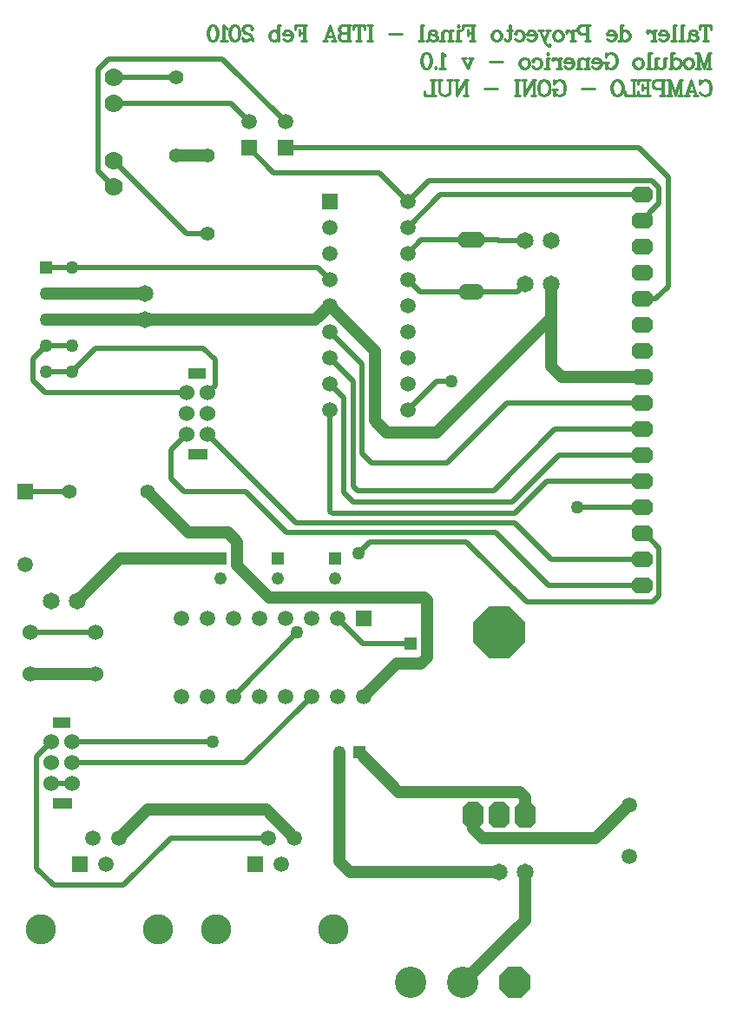
<source format=gbl>
%FSLAX23Y23*%
%MOIN*%
G70*
G01*
G75*
G04 Layer_Physical_Order=2*
G04 Layer_Color=16711680*
%ADD10C,0.020*%
%ADD11C,0.047*%
%ADD12C,0.010*%
%ADD13C,0.120*%
%ADD14P,0.130X8X202.5*%
%ADD15C,0.070*%
%ADD16C,0.055*%
%ADD17C,0.060*%
G04:AMPARAMS|DCode=18|XSize=80mil|YSize=100mil|CornerRadius=0mil|HoleSize=0mil|Usage=FLASHONLY|Rotation=0.000|XOffset=0mil|YOffset=0mil|HoleType=Round|Shape=Octagon|*
%AMOCTAGOND18*
4,1,8,-0.020,0.050,0.020,0.050,0.040,0.030,0.040,-0.030,0.020,-0.050,-0.020,-0.050,-0.040,-0.030,-0.040,0.030,-0.020,0.050,0.0*
%
%ADD18OCTAGOND18*%

%ADD19P,0.213X8X22.5*%
%ADD20R,0.059X0.059*%
%ADD21C,0.059*%
%ADD22R,0.059X0.059*%
%ADD23C,0.059*%
%ADD24C,0.116*%
%ADD25R,0.059X0.059*%
%ADD26C,0.065*%
%ADD27C,0.049*%
%ADD28R,0.049X0.049*%
%ADD29R,0.049X0.049*%
%ADD30C,0.050*%
%ADD31R,0.050X0.050*%
G04:AMPARAMS|DCode=32|XSize=80mil|YSize=60mil|CornerRadius=0mil|HoleSize=0mil|Usage=FLASHONLY|Rotation=0.000|XOffset=0mil|YOffset=0mil|HoleType=Round|Shape=Octagon|*
%AMOCTAGOND32*
4,1,8,0.040,-0.015,0.040,0.015,0.025,0.030,-0.025,0.030,-0.040,0.015,-0.040,-0.015,-0.025,-0.030,0.025,-0.030,0.040,-0.015,0.0*
%
%ADD32OCTAGOND32*%

%ADD33O,0.100X0.060*%
G04:AMPARAMS|DCode=34|XSize=100mil|YSize=60mil|CornerRadius=0mil|HoleSize=0mil|Usage=FLASHONLY|Rotation=0.000|XOffset=0mil|YOffset=0mil|HoleType=Round|Shape=Octagon|*
%AMOCTAGOND34*
4,1,8,0.050,-0.015,0.050,0.015,0.035,0.030,-0.035,0.030,-0.050,0.015,-0.050,-0.015,-0.035,-0.030,0.035,-0.030,0.050,-0.015,0.0*
%
%ADD34OCTAGOND34*%

%ADD35R,0.070X0.040*%
%ADD36R,0.075X0.040*%
D10*
X3538Y4220D02*
Y4251D01*
X1185Y2165D02*
X1240Y2220D01*
X1185Y1735D02*
Y2165D01*
Y1735D02*
X1249Y1671D01*
X1518D01*
X1699Y1852D01*
X2075D01*
X2420Y2945D02*
X2464Y2989D01*
X2834D01*
X3066Y2757D01*
X3552D01*
X3575Y2780D01*
Y2965D01*
X3520Y3020D02*
X3575Y2965D01*
X3510Y3020D02*
X3520D01*
X1940Y2395D02*
X2185Y2640D01*
X3260Y3120D02*
X3510D01*
X2719Y3604D02*
X2776D01*
X2610Y3495D02*
X2719Y3604D01*
X3510Y3920D02*
X3562D01*
X3610Y3968D01*
Y4386D01*
X3496Y4500D02*
X3610Y4386D01*
X2140Y4500D02*
X3496D01*
X2658Y3947D02*
X2855D01*
X2610Y3995D02*
X2658Y3947D01*
X2855D02*
X3030D01*
X3060Y3977D01*
X2662Y4147D02*
X2855D01*
X2610Y4095D02*
X2662Y4147D01*
X1320Y4040D02*
X2265D01*
X2310Y3995D01*
X1985Y2140D02*
X2240Y2395D01*
X1320Y2140D02*
X1985D01*
X1480Y4670D02*
X1930D01*
X2000Y4600D01*
X3190Y3320D02*
X3510D01*
X3010Y3141D02*
X3190Y3320D01*
X2400Y3141D02*
X3010D01*
X2365Y3176D02*
X2400Y3141D01*
X2365Y3176D02*
Y3540D01*
X2310Y3595D02*
X2365Y3540D01*
X2310Y3105D02*
Y3495D01*
Y3105D02*
X2319Y3096D01*
X3022D01*
X3145Y3220D01*
X3510D01*
X3159Y2920D02*
X3510D01*
X3019Y3060D02*
X3159Y2920D01*
X2180Y3060D02*
X3019D01*
X1840Y3400D02*
X2180Y3060D01*
X3152Y2820D02*
X3510D01*
X2947Y3025D02*
X3152Y2820D01*
X2143Y3025D02*
X2947D01*
X1986Y3182D02*
X2143Y3025D01*
X1750Y3182D02*
X1986D01*
X1700Y3232D02*
X1750Y3182D01*
X1700Y3232D02*
Y3340D01*
X1760Y3400D01*
X1216Y3560D02*
X1760D01*
X1170Y3606D02*
X1216Y3560D01*
X1170Y3606D02*
Y3690D01*
X1220Y3740D01*
X1420Y4410D02*
X1480Y4350D01*
X1420Y4410D02*
Y4800D01*
X1462Y4842D01*
X1898D01*
X2140Y4600D01*
X1320Y2220D02*
X1862D01*
X2735Y4320D02*
X3510D01*
X2610Y4195D02*
X2735Y4320D01*
X3510Y4220D02*
X3538D01*
Y4251D02*
X3575Y4288D01*
Y4347D01*
X3547Y4375D02*
X3575Y4347D01*
X2690Y4375D02*
X3547D01*
X2610Y4295D02*
X2690Y4375D01*
X3175Y3420D02*
X3510D01*
X2939Y3184D02*
X3175Y3420D01*
X2416Y3184D02*
X2939D01*
X2400Y3201D02*
X2416Y3184D01*
X2400Y3201D02*
Y3605D01*
X2310Y3695D02*
X2400Y3605D01*
X1480Y4450D02*
X1760Y4170D01*
X1840D01*
X2340Y2695D02*
X2436Y2599D01*
X2620D01*
X2000Y4500D02*
X2095Y4405D01*
X2500D01*
X2610Y4295D01*
X2989Y3520D02*
X3510D01*
X2760Y3291D02*
X2989Y3520D01*
X2472Y3291D02*
X2760D01*
X2435Y3328D02*
X2472Y3291D01*
X2435Y3328D02*
Y3670D01*
X2310Y3795D02*
X2435Y3670D01*
X1840Y3560D02*
X1869Y3589D01*
Y3687D01*
X1824Y3732D02*
X1869Y3687D01*
X1412Y3732D02*
X1824D01*
X1320Y3640D02*
X1412Y3732D01*
X1240Y2060D02*
X1320D01*
X1480Y4770D02*
X1720D01*
X2958Y4145D02*
X3060D01*
X2956Y4147D02*
X2958Y4145D01*
X2855Y4147D02*
X2956D01*
X1160Y2640D02*
X1410D01*
X1220Y4040D02*
X1320D01*
X1224Y3180D02*
X1310D01*
X1224Y3180D02*
X1224Y3180D01*
X1140Y3180D02*
X1224D01*
X1220Y3740D02*
X1320D01*
X1220Y3640D02*
X1320D01*
D11*
X3160Y3847D02*
Y3977D01*
Y3660D02*
Y3847D01*
X2721Y3408D02*
X3160Y3847D01*
X2255Y3840D02*
X2310Y3895D01*
X1600Y3840D02*
X2255D01*
X1504Y2924D02*
X1890D01*
X1340Y2760D02*
X1504Y2924D01*
X2346Y1760D02*
Y2180D01*
Y1760D02*
X2386Y1720D01*
X2960D01*
X3160Y3660D02*
X3200Y3620D01*
X3510D01*
X3060Y1535D02*
Y1720D01*
X2820Y1296D02*
X3060Y1535D01*
X3060Y1940D02*
Y2009D01*
X3040Y2029D02*
X3060Y2009D01*
X2575Y2029D02*
X3040D01*
X2424Y2180D02*
X2575Y2029D01*
X1610Y3180D02*
X1767Y3023D01*
X1920D01*
X1954Y2989D01*
Y2896D02*
Y2989D01*
Y2896D02*
X2076Y2774D01*
X2673D01*
X2684Y2763D01*
Y2544D02*
Y2763D01*
X2661Y2521D02*
X2684Y2544D01*
X2620Y2521D02*
X2661D01*
X2440Y2395D02*
X2566Y2521D01*
X2620D01*
X2310Y3895D02*
X2483Y3722D01*
Y3453D02*
Y3722D01*
Y3453D02*
X2528Y3408D01*
X2721D01*
X3160Y3847D02*
Y3977D01*
X3332Y1850D02*
X3460Y1978D01*
X2898Y1850D02*
X3332D01*
X2860Y1888D02*
X2898Y1850D01*
X2860Y1888D02*
Y1940D01*
X1500Y1850D02*
X1610Y1960D01*
X2067D01*
X2175Y1852D01*
X1320Y3840D02*
X1600D01*
X1220D02*
X1320D01*
X1720Y4470D02*
X1840D01*
X1160Y2480D02*
X1410D01*
X1320Y3940D02*
X1600D01*
X1220D02*
X1320D01*
D12*
X3755Y4970D02*
Y4910D01*
X3752Y4970D02*
Y4910D01*
X3772Y4970D02*
X3775Y4953D01*
Y4970D01*
X3732D01*
Y4953D01*
X3735Y4970D01*
X3764Y4910D02*
X3744D01*
X3718Y4944D02*
Y4941D01*
X3721D01*
Y4944D01*
X3718Y4947D01*
X3712Y4950D01*
X3701D01*
X3695Y4947D01*
X3692Y4944D01*
X3689Y4939D01*
Y4919D01*
X3686Y4913D01*
X3684Y4910D01*
X3692Y4944D02*
Y4919D01*
X3689Y4913D01*
X3684Y4910D01*
X3681D01*
X3692Y4939D02*
X3695Y4936D01*
X3712Y4933D01*
X3721Y4930D01*
X3724Y4924D01*
Y4919D01*
X3721Y4913D01*
X3712Y4910D01*
X3704D01*
X3698Y4913D01*
X3692Y4919D01*
X3712Y4933D02*
X3718Y4930D01*
X3721Y4924D01*
Y4919D01*
X3718Y4913D01*
X3712Y4910D01*
X3664Y4970D02*
Y4910D01*
X3661Y4970D02*
Y4910D01*
X3672Y4970D02*
X3661D01*
X3672Y4910D02*
X3652D01*
X3633Y4970D02*
Y4910D01*
X3630Y4970D02*
Y4910D01*
X3641Y4970D02*
X3630D01*
X3641Y4910D02*
X3621D01*
X3608Y4933D02*
X3573D01*
Y4939D01*
X3576Y4944D01*
X3579Y4947D01*
X3585Y4950D01*
X3593D01*
X3602Y4947D01*
X3608Y4941D01*
X3610Y4933D01*
Y4927D01*
X3608Y4919D01*
X3602Y4913D01*
X3593Y4910D01*
X3588D01*
X3579Y4913D01*
X3573Y4919D01*
X3576Y4933D02*
Y4941D01*
X3579Y4947D01*
X3593Y4950D02*
X3599Y4947D01*
X3605Y4941D01*
X3608Y4933D01*
Y4927D01*
X3605Y4919D01*
X3599Y4913D01*
X3593Y4910D01*
X3556Y4950D02*
Y4910D01*
X3553Y4950D02*
Y4910D01*
Y4933D02*
X3550Y4941D01*
X3544Y4947D01*
X3538Y4950D01*
X3530D01*
X3527Y4947D01*
Y4944D01*
X3530Y4941D01*
X3533Y4944D01*
X3530Y4947D01*
X3564Y4950D02*
X3553D01*
X3564Y4910D02*
X3544D01*
X3430Y4970D02*
Y4910D01*
X3427Y4970D02*
Y4910D01*
X3430Y4941D02*
X3435Y4947D01*
X3441Y4950D01*
X3447D01*
X3455Y4947D01*
X3461Y4941D01*
X3464Y4933D01*
Y4927D01*
X3461Y4919D01*
X3455Y4913D01*
X3447Y4910D01*
X3441D01*
X3435Y4913D01*
X3430Y4919D01*
X3447Y4950D02*
X3452Y4947D01*
X3458Y4941D01*
X3461Y4933D01*
Y4927D01*
X3458Y4919D01*
X3452Y4913D01*
X3447Y4910D01*
X3438Y4970D02*
X3427D01*
X3430Y4910D02*
X3418D01*
X3407Y4933D02*
X3373D01*
Y4939D01*
X3376Y4944D01*
X3379Y4947D01*
X3384Y4950D01*
X3393D01*
X3401Y4947D01*
X3407Y4941D01*
X3410Y4933D01*
Y4927D01*
X3407Y4919D01*
X3401Y4913D01*
X3393Y4910D01*
X3387D01*
X3379Y4913D01*
X3373Y4919D01*
X3376Y4933D02*
Y4941D01*
X3379Y4947D01*
X3393Y4950D02*
X3399Y4947D01*
X3404Y4941D01*
X3407Y4933D01*
Y4927D01*
X3404Y4919D01*
X3399Y4913D01*
X3393Y4910D01*
X3301Y4970D02*
Y4910D01*
X3298Y4970D02*
Y4910D01*
X3310Y4970D02*
X3275D01*
X3267Y4967D01*
X3264Y4964D01*
X3261Y4959D01*
Y4950D01*
X3264Y4944D01*
X3267Y4941D01*
X3275Y4939D01*
X3298D01*
X3275Y4970D02*
X3270Y4967D01*
X3267Y4964D01*
X3264Y4959D01*
Y4950D01*
X3267Y4944D01*
X3270Y4941D01*
X3275Y4939D01*
X3310Y4910D02*
X3290D01*
X3245Y4950D02*
Y4910D01*
X3242Y4950D02*
Y4910D01*
Y4933D02*
X3239Y4941D01*
X3233Y4947D01*
X3227Y4950D01*
X3219D01*
X3216Y4947D01*
Y4944D01*
X3219Y4941D01*
X3222Y4944D01*
X3219Y4947D01*
X3253Y4950D02*
X3242D01*
X3253Y4910D02*
X3233D01*
X3190Y4950D02*
X3198Y4947D01*
X3204Y4941D01*
X3207Y4933D01*
Y4927D01*
X3204Y4919D01*
X3198Y4913D01*
X3190Y4910D01*
X3184D01*
X3175Y4913D01*
X3170Y4919D01*
X3167Y4927D01*
Y4933D01*
X3170Y4941D01*
X3175Y4947D01*
X3184Y4950D01*
X3190D01*
X3195Y4947D01*
X3201Y4941D01*
X3204Y4933D01*
Y4927D01*
X3201Y4919D01*
X3195Y4913D01*
X3190Y4910D01*
X3184D02*
X3178Y4913D01*
X3173Y4919D01*
X3170Y4927D01*
Y4933D01*
X3173Y4941D01*
X3178Y4947D01*
X3184Y4950D01*
X3152D02*
X3135Y4910D01*
X3149Y4950D02*
X3135Y4916D01*
X3118Y4950D02*
X3135Y4910D01*
X3141Y4899D01*
X3147Y4893D01*
X3152Y4890D01*
X3155D01*
X3158Y4893D01*
X3155Y4896D01*
X3152Y4893D01*
X3158Y4950D02*
X3141D01*
X3129D02*
X3112D01*
X3101Y4933D02*
X3067D01*
Y4939D01*
X3070Y4944D01*
X3073Y4947D01*
X3078Y4950D01*
X3087D01*
X3095Y4947D01*
X3101Y4941D01*
X3104Y4933D01*
Y4927D01*
X3101Y4919D01*
X3095Y4913D01*
X3087Y4910D01*
X3081D01*
X3073Y4913D01*
X3067Y4919D01*
X3070Y4933D02*
Y4941D01*
X3073Y4947D01*
X3087Y4950D02*
X3093Y4947D01*
X3098Y4941D01*
X3101Y4933D01*
Y4927D01*
X3098Y4919D01*
X3093Y4913D01*
X3087Y4910D01*
X3023Y4941D02*
X3026Y4939D01*
X3023Y4936D01*
X3021Y4939D01*
Y4941D01*
X3026Y4947D01*
X3032Y4950D01*
X3041D01*
X3049Y4947D01*
X3055Y4941D01*
X3058Y4933D01*
Y4927D01*
X3055Y4919D01*
X3049Y4913D01*
X3041Y4910D01*
X3035D01*
X3026Y4913D01*
X3021Y4919D01*
X3041Y4950D02*
X3046Y4947D01*
X3052Y4941D01*
X3055Y4933D01*
Y4927D01*
X3052Y4919D01*
X3046Y4913D01*
X3041Y4910D01*
X2994D02*
X2997Y4913D01*
X3000Y4921D01*
Y4970D01*
X3003D01*
Y4921D01*
X3000Y4913D01*
X2994Y4910D01*
X2989D01*
X2983Y4913D01*
X2980Y4919D01*
X3011Y4950D02*
X2989D01*
X2953D02*
X2962Y4947D01*
X2967Y4941D01*
X2970Y4933D01*
Y4927D01*
X2967Y4919D01*
X2962Y4913D01*
X2953Y4910D01*
X2947D01*
X2939Y4913D01*
X2933Y4919D01*
X2930Y4927D01*
Y4933D01*
X2933Y4941D01*
X2939Y4947D01*
X2947Y4950D01*
X2953D01*
X2959Y4947D01*
X2965Y4941D01*
X2967Y4933D01*
Y4927D01*
X2965Y4919D01*
X2959Y4913D01*
X2953Y4910D01*
X2947D02*
X2942Y4913D01*
X2936Y4919D01*
X2933Y4927D01*
Y4933D01*
X2936Y4941D01*
X2942Y4947D01*
X2947Y4950D01*
X2859Y4970D02*
Y4910D01*
X2856Y4970D02*
Y4910D01*
X2839Y4953D02*
Y4930D01*
X2867Y4970D02*
X2822D01*
Y4953D01*
X2825Y4970D01*
X2856Y4941D02*
X2839D01*
X2867Y4910D02*
X2847D01*
X2805Y4970D02*
X2808Y4967D01*
X2805Y4964D01*
X2802Y4967D01*
X2805Y4970D01*
Y4950D02*
Y4910D01*
X2802Y4950D02*
Y4910D01*
X2813Y4950D02*
X2802D01*
X2813Y4910D02*
X2793D01*
X2774Y4950D02*
Y4910D01*
X2771Y4950D02*
Y4910D01*
Y4941D02*
X2766Y4947D01*
X2757Y4950D01*
X2751D01*
X2743Y4947D01*
X2740Y4941D01*
Y4910D01*
X2751Y4950D02*
X2746Y4947D01*
X2743Y4941D01*
Y4910D01*
X2783Y4950D02*
X2771D01*
X2783Y4910D02*
X2763D01*
X2751D02*
X2731D01*
X2718Y4944D02*
Y4941D01*
X2721D01*
Y4944D01*
X2718Y4947D01*
X2712Y4950D01*
X2701D01*
X2695Y4947D01*
X2692Y4944D01*
X2689Y4939D01*
Y4919D01*
X2686Y4913D01*
X2684Y4910D01*
X2692Y4944D02*
Y4919D01*
X2689Y4913D01*
X2684Y4910D01*
X2681D01*
X2692Y4939D02*
X2695Y4936D01*
X2712Y4933D01*
X2721Y4930D01*
X2724Y4924D01*
Y4919D01*
X2721Y4913D01*
X2712Y4910D01*
X2704D01*
X2698Y4913D01*
X2692Y4919D01*
X2712Y4933D02*
X2718Y4930D01*
X2721Y4924D01*
Y4919D01*
X2718Y4913D01*
X2712Y4910D01*
X2664Y4970D02*
Y4910D01*
X2661Y4970D02*
Y4910D01*
X2672Y4970D02*
X2661D01*
X2672Y4910D02*
X2652D01*
X2587Y4936D02*
X2536D01*
X2466Y4970D02*
Y4910D01*
X2463Y4970D02*
Y4910D01*
X2474Y4970D02*
X2454D01*
X2474Y4910D02*
X2454D01*
X2423Y4970D02*
Y4910D01*
X2420Y4970D02*
Y4910D01*
X2440Y4970D02*
X2443Y4953D01*
Y4970D01*
X2400D01*
Y4953D01*
X2403Y4970D01*
X2432Y4910D02*
X2412D01*
X2383Y4970D02*
Y4910D01*
X2380Y4970D02*
Y4910D01*
X2392Y4970D02*
X2358D01*
X2349Y4967D01*
X2346Y4964D01*
X2343Y4959D01*
Y4953D01*
X2346Y4947D01*
X2349Y4944D01*
X2358Y4941D01*
Y4970D02*
X2352Y4967D01*
X2349Y4964D01*
X2346Y4959D01*
Y4953D01*
X2349Y4947D01*
X2352Y4944D01*
X2358Y4941D01*
X2380D02*
X2358D01*
X2349Y4939D01*
X2346Y4936D01*
X2343Y4930D01*
Y4921D01*
X2346Y4916D01*
X2349Y4913D01*
X2358Y4910D01*
X2392D01*
X2358Y4941D02*
X2352Y4939D01*
X2349Y4936D01*
X2346Y4930D01*
Y4921D01*
X2349Y4916D01*
X2352Y4913D01*
X2358Y4910D01*
X2310Y4970D02*
X2330Y4910D01*
X2310Y4970D02*
X2290Y4910D01*
X2310Y4961D02*
X2292Y4910D01*
X2324Y4927D02*
X2298D01*
X2335Y4910D02*
X2318D01*
X2301D02*
X2284D01*
X2214Y4970D02*
Y4910D01*
X2211Y4970D02*
Y4910D01*
X2194Y4953D02*
Y4930D01*
X2222Y4970D02*
X2176D01*
Y4953D01*
X2179Y4970D01*
X2211Y4941D02*
X2194D01*
X2222Y4910D02*
X2202D01*
X2165Y4933D02*
X2131D01*
Y4939D01*
X2134Y4944D01*
X2137Y4947D01*
X2142Y4950D01*
X2151D01*
X2160Y4947D01*
X2165Y4941D01*
X2168Y4933D01*
Y4927D01*
X2165Y4919D01*
X2160Y4913D01*
X2151Y4910D01*
X2145D01*
X2137Y4913D01*
X2131Y4919D01*
X2134Y4933D02*
Y4941D01*
X2137Y4947D01*
X2151Y4950D02*
X2157Y4947D01*
X2162Y4941D01*
X2165Y4933D01*
Y4927D01*
X2162Y4919D01*
X2157Y4913D01*
X2151Y4910D01*
X2113Y4970D02*
Y4910D01*
X2111Y4970D02*
Y4910D01*
Y4941D02*
X2105Y4947D01*
X2099Y4950D01*
X2093D01*
X2085Y4947D01*
X2079Y4941D01*
X2076Y4933D01*
Y4927D01*
X2079Y4919D01*
X2085Y4913D01*
X2093Y4910D01*
X2099D01*
X2105Y4913D01*
X2111Y4919D01*
X2093Y4950D02*
X2088Y4947D01*
X2082Y4941D01*
X2079Y4933D01*
Y4927D01*
X2082Y4919D01*
X2088Y4913D01*
X2093Y4910D01*
X2122Y4970D02*
X2111D01*
X2011Y4959D02*
X2008Y4956D01*
X2011Y4953D01*
X2014Y4956D01*
Y4959D01*
X2011Y4964D01*
X2008Y4967D01*
X2000Y4970D01*
X1988D01*
X1980Y4967D01*
X1977Y4964D01*
X1974Y4959D01*
Y4953D01*
X1977Y4947D01*
X1985Y4941D01*
X2000Y4936D01*
X2005Y4933D01*
X2011Y4927D01*
X2014Y4919D01*
Y4910D01*
X1988Y4970D02*
X1983Y4967D01*
X1980Y4964D01*
X1977Y4959D01*
Y4953D01*
X1980Y4947D01*
X1988Y4941D01*
X2000Y4936D01*
X2014Y4916D02*
X2011Y4919D01*
X2005D01*
X1991Y4913D01*
X1983D01*
X1977Y4916D01*
X1974Y4919D01*
Y4924D01*
X2005Y4919D02*
X1991Y4910D01*
X1980D01*
X1977Y4913D01*
X1974Y4919D01*
X1948Y4970D02*
X1957Y4967D01*
X1962Y4959D01*
X1965Y4944D01*
Y4936D01*
X1962Y4921D01*
X1957Y4913D01*
X1948Y4910D01*
X1942D01*
X1934Y4913D01*
X1928Y4921D01*
X1925Y4936D01*
Y4944D01*
X1928Y4959D01*
X1934Y4967D01*
X1942Y4970D01*
X1948D01*
X1954Y4967D01*
X1957Y4964D01*
X1959Y4959D01*
X1962Y4944D01*
Y4936D01*
X1959Y4921D01*
X1957Y4916D01*
X1954Y4913D01*
X1948Y4910D01*
X1942D02*
X1937Y4913D01*
X1934Y4916D01*
X1931Y4921D01*
X1928Y4936D01*
Y4944D01*
X1931Y4959D01*
X1934Y4964D01*
X1937Y4967D01*
X1942Y4970D01*
X1916Y4959D02*
X1911Y4961D01*
X1902Y4970D01*
Y4910D01*
X1905Y4967D02*
Y4910D01*
X1916D02*
X1891D01*
X1863Y4970D02*
X1872Y4967D01*
X1877Y4959D01*
X1880Y4944D01*
Y4936D01*
X1877Y4921D01*
X1872Y4913D01*
X1863Y4910D01*
X1857D01*
X1849Y4913D01*
X1843Y4921D01*
X1840Y4936D01*
Y4944D01*
X1843Y4959D01*
X1849Y4967D01*
X1857Y4970D01*
X1863D01*
X1869Y4967D01*
X1872Y4964D01*
X1875Y4959D01*
X1877Y4944D01*
Y4936D01*
X1875Y4921D01*
X1872Y4916D01*
X1869Y4913D01*
X1863Y4910D01*
X1857D02*
X1852Y4913D01*
X1849Y4916D01*
X1846Y4921D01*
X1843Y4936D01*
Y4944D01*
X1846Y4959D01*
X1849Y4964D01*
X1852Y4967D01*
X1857Y4970D01*
X3766Y4865D02*
Y4805D01*
X3764Y4865D02*
X3746Y4814D01*
X3766Y4865D02*
X3746Y4805D01*
X3726Y4865D02*
X3746Y4805D01*
X3726Y4865D02*
Y4805D01*
X3724Y4865D02*
Y4805D01*
X3775Y4865D02*
X3764D01*
X3726D02*
X3715D01*
X3775Y4805D02*
X3758D01*
X3735D02*
X3715D01*
X3691Y4845D02*
X3700Y4842D01*
X3705Y4836D01*
X3708Y4828D01*
Y4822D01*
X3705Y4814D01*
X3700Y4808D01*
X3691Y4805D01*
X3685D01*
X3677Y4808D01*
X3671Y4814D01*
X3668Y4822D01*
Y4828D01*
X3671Y4836D01*
X3677Y4842D01*
X3685Y4845D01*
X3691D01*
X3697Y4842D01*
X3702Y4836D01*
X3705Y4828D01*
Y4822D01*
X3702Y4814D01*
X3697Y4808D01*
X3691Y4805D01*
X3685D02*
X3680Y4808D01*
X3674Y4814D01*
X3671Y4822D01*
Y4828D01*
X3674Y4836D01*
X3680Y4842D01*
X3685Y4845D01*
X3625Y4865D02*
Y4805D01*
X3622Y4865D02*
Y4805D01*
X3625Y4836D02*
X3631Y4842D01*
X3636Y4845D01*
X3642D01*
X3651Y4842D01*
X3656Y4836D01*
X3659Y4828D01*
Y4822D01*
X3656Y4814D01*
X3651Y4808D01*
X3642Y4805D01*
X3636D01*
X3631Y4808D01*
X3625Y4814D01*
X3642Y4845D02*
X3648Y4842D01*
X3654Y4836D01*
X3656Y4828D01*
Y4822D01*
X3654Y4814D01*
X3648Y4808D01*
X3642Y4805D01*
X3634Y4865D02*
X3622D01*
X3625Y4805D02*
X3614D01*
X3597Y4845D02*
Y4814D01*
X3594Y4808D01*
X3585Y4805D01*
X3580D01*
X3571Y4808D01*
X3565Y4814D01*
X3594Y4845D02*
Y4814D01*
X3591Y4808D01*
X3585Y4805D01*
X3565Y4845D02*
Y4805D01*
X3562Y4845D02*
Y4805D01*
X3605Y4845D02*
X3594D01*
X3574D02*
X3562D01*
X3565Y4805D02*
X3554D01*
X3538Y4865D02*
Y4805D01*
X3535Y4865D02*
Y4805D01*
X3546Y4865D02*
X3535D01*
X3546Y4805D02*
X3526D01*
X3498Y4845D02*
X3507Y4842D01*
X3512Y4836D01*
X3515Y4828D01*
Y4822D01*
X3512Y4814D01*
X3507Y4808D01*
X3498Y4805D01*
X3492D01*
X3484Y4808D01*
X3478Y4814D01*
X3475Y4822D01*
Y4828D01*
X3478Y4836D01*
X3484Y4842D01*
X3492Y4845D01*
X3498D01*
X3504Y4842D01*
X3510Y4836D01*
X3512Y4828D01*
Y4822D01*
X3510Y4814D01*
X3504Y4808D01*
X3498Y4805D01*
X3492D02*
X3487Y4808D01*
X3481Y4814D01*
X3478Y4822D01*
Y4828D01*
X3481Y4836D01*
X3487Y4842D01*
X3492Y4845D01*
X3373Y4856D02*
X3370Y4848D01*
Y4865D01*
X3373Y4856D01*
X3378Y4862D01*
X3387Y4865D01*
X3393D01*
X3401Y4862D01*
X3407Y4856D01*
X3410Y4851D01*
X3413Y4842D01*
Y4828D01*
X3410Y4819D01*
X3407Y4814D01*
X3401Y4808D01*
X3393Y4805D01*
X3387D01*
X3378Y4808D01*
X3373Y4814D01*
X3393Y4865D02*
X3398Y4862D01*
X3404Y4856D01*
X3407Y4851D01*
X3410Y4842D01*
Y4828D01*
X3407Y4819D01*
X3404Y4814D01*
X3398Y4808D01*
X3393Y4805D01*
X3373Y4828D02*
Y4805D01*
X3370Y4828D02*
Y4805D01*
X3381Y4828D02*
X3361D01*
X3351D02*
X3316D01*
Y4834D01*
X3319Y4839D01*
X3322Y4842D01*
X3328Y4845D01*
X3336D01*
X3345Y4842D01*
X3351Y4836D01*
X3353Y4828D01*
Y4822D01*
X3351Y4814D01*
X3345Y4808D01*
X3336Y4805D01*
X3331D01*
X3322Y4808D01*
X3316Y4814D01*
X3319Y4828D02*
Y4836D01*
X3322Y4842D01*
X3336Y4845D02*
X3342Y4842D01*
X3348Y4836D01*
X3351Y4828D01*
Y4822D01*
X3348Y4814D01*
X3342Y4808D01*
X3336Y4805D01*
X3299Y4845D02*
Y4805D01*
X3296Y4845D02*
Y4805D01*
Y4836D02*
X3290Y4842D01*
X3281Y4845D01*
X3276D01*
X3267Y4842D01*
X3264Y4836D01*
Y4805D01*
X3276Y4845D02*
X3270Y4842D01*
X3267Y4836D01*
Y4805D01*
X3307Y4845D02*
X3296D01*
X3307Y4805D02*
X3287D01*
X3276D02*
X3256D01*
X3245Y4828D02*
X3211D01*
Y4834D01*
X3214Y4839D01*
X3217Y4842D01*
X3222Y4845D01*
X3231D01*
X3239Y4842D01*
X3245Y4836D01*
X3248Y4828D01*
Y4822D01*
X3245Y4814D01*
X3239Y4808D01*
X3231Y4805D01*
X3225D01*
X3217Y4808D01*
X3211Y4814D01*
X3214Y4828D02*
Y4836D01*
X3217Y4842D01*
X3231Y4845D02*
X3237Y4842D01*
X3242Y4836D01*
X3245Y4828D01*
Y4822D01*
X3242Y4814D01*
X3237Y4808D01*
X3231Y4805D01*
X3193Y4845D02*
Y4805D01*
X3190Y4845D02*
Y4805D01*
Y4828D02*
X3187Y4836D01*
X3182Y4842D01*
X3176Y4845D01*
X3167D01*
X3165Y4842D01*
Y4839D01*
X3167Y4836D01*
X3170Y4839D01*
X3167Y4842D01*
X3202Y4845D02*
X3190D01*
X3202Y4805D02*
X3182D01*
X3147Y4865D02*
X3150Y4862D01*
X3147Y4859D01*
X3144Y4862D01*
X3147Y4865D01*
Y4845D02*
Y4805D01*
X3144Y4845D02*
Y4805D01*
X3155Y4845D02*
X3144D01*
X3155Y4805D02*
X3135D01*
X3090Y4836D02*
X3093Y4834D01*
X3090Y4831D01*
X3087Y4834D01*
Y4836D01*
X3093Y4842D01*
X3099Y4845D01*
X3107D01*
X3116Y4842D01*
X3122Y4836D01*
X3125Y4828D01*
Y4822D01*
X3122Y4814D01*
X3116Y4808D01*
X3107Y4805D01*
X3102D01*
X3093Y4808D01*
X3087Y4814D01*
X3107Y4845D02*
X3113Y4842D01*
X3119Y4836D01*
X3122Y4828D01*
Y4822D01*
X3119Y4814D01*
X3113Y4808D01*
X3107Y4805D01*
X3061Y4845D02*
X3070Y4842D01*
X3075Y4836D01*
X3078Y4828D01*
Y4822D01*
X3075Y4814D01*
X3070Y4808D01*
X3061Y4805D01*
X3055D01*
X3047Y4808D01*
X3041Y4814D01*
X3038Y4822D01*
Y4828D01*
X3041Y4836D01*
X3047Y4842D01*
X3055Y4845D01*
X3061D01*
X3067Y4842D01*
X3073Y4836D01*
X3075Y4828D01*
Y4822D01*
X3073Y4814D01*
X3067Y4808D01*
X3061Y4805D01*
X3055D02*
X3050Y4808D01*
X3044Y4814D01*
X3041Y4822D01*
Y4828D01*
X3044Y4836D01*
X3050Y4842D01*
X3055Y4845D01*
X2975Y4831D02*
X2924D01*
X2857Y4845D02*
X2839Y4805D01*
X2854Y4845D02*
X2839Y4811D01*
X2822Y4845D02*
X2839Y4805D01*
X2862Y4845D02*
X2845D01*
X2834D02*
X2817D01*
X2754Y4854D02*
X2749Y4856D01*
X2740Y4865D01*
Y4805D01*
X2743Y4862D02*
Y4805D01*
X2754D02*
X2729D01*
X2716Y4811D02*
X2718Y4808D01*
X2716Y4805D01*
X2713Y4808D01*
X2716Y4811D01*
X2683Y4865D02*
X2692Y4862D01*
X2698Y4854D01*
X2700Y4839D01*
Y4831D01*
X2698Y4816D01*
X2692Y4808D01*
X2683Y4805D01*
X2678D01*
X2669Y4808D01*
X2663Y4816D01*
X2660Y4831D01*
Y4839D01*
X2663Y4854D01*
X2669Y4862D01*
X2678Y4865D01*
X2683D01*
X2689Y4862D01*
X2692Y4859D01*
X2695Y4854D01*
X2698Y4839D01*
Y4831D01*
X2695Y4816D01*
X2692Y4811D01*
X2689Y4808D01*
X2683Y4805D01*
X2678D02*
X2672Y4808D01*
X2669Y4811D01*
X2666Y4816D01*
X2663Y4831D01*
Y4839D01*
X2666Y4854D01*
X2669Y4859D01*
X2672Y4862D01*
X2678Y4865D01*
X3735Y4751D02*
X3732Y4743D01*
Y4760D01*
X3735Y4751D01*
X3741Y4757D01*
X3749Y4760D01*
X3755D01*
X3764Y4757D01*
X3769Y4751D01*
X3772Y4746D01*
X3775Y4737D01*
Y4723D01*
X3772Y4714D01*
X3769Y4709D01*
X3764Y4703D01*
X3755Y4700D01*
X3749D01*
X3741Y4703D01*
X3735Y4709D01*
X3732Y4714D01*
X3755Y4760D02*
X3761Y4757D01*
X3766Y4751D01*
X3769Y4746D01*
X3772Y4737D01*
Y4723D01*
X3769Y4714D01*
X3766Y4709D01*
X3761Y4703D01*
X3755Y4700D01*
X3698Y4760D02*
X3718Y4700D01*
X3698Y4760D02*
X3678Y4700D01*
X3698Y4751D02*
X3681Y4700D01*
X3712Y4717D02*
X3686D01*
X3724Y4700D02*
X3706D01*
X3689D02*
X3672D01*
X3656Y4760D02*
Y4700D01*
X3653Y4760D02*
X3636Y4709D01*
X3656Y4760D02*
X3636Y4700D01*
X3616Y4760D02*
X3636Y4700D01*
X3616Y4760D02*
Y4700D01*
X3613Y4760D02*
Y4700D01*
X3664Y4760D02*
X3653D01*
X3616D02*
X3604D01*
X3664Y4700D02*
X3647D01*
X3624D02*
X3604D01*
X3589Y4760D02*
Y4700D01*
X3586Y4760D02*
Y4700D01*
X3598Y4760D02*
X3563D01*
X3555Y4757D01*
X3552Y4754D01*
X3549Y4749D01*
Y4740D01*
X3552Y4734D01*
X3555Y4731D01*
X3563Y4729D01*
X3586D01*
X3563Y4760D02*
X3558Y4757D01*
X3555Y4754D01*
X3552Y4749D01*
Y4740D01*
X3555Y4734D01*
X3558Y4731D01*
X3563Y4729D01*
X3598Y4700D02*
X3578D01*
X3532Y4760D02*
Y4700D01*
X3530Y4760D02*
Y4700D01*
X3512Y4743D02*
Y4720D01*
X3541Y4760D02*
X3495D01*
Y4743D01*
X3498Y4760D01*
X3530Y4731D02*
X3512D01*
X3541Y4700D02*
X3495D01*
Y4717D01*
X3498Y4700D01*
X3478Y4760D02*
Y4700D01*
X3476Y4760D02*
Y4700D01*
X3487Y4760D02*
X3467D01*
X3487Y4700D02*
X3444D01*
Y4717D01*
X3447Y4700D01*
X3416Y4760D02*
X3424Y4757D01*
X3430Y4751D01*
X3433Y4746D01*
X3436Y4734D01*
Y4726D01*
X3433Y4714D01*
X3430Y4709D01*
X3424Y4703D01*
X3416Y4700D01*
X3410D01*
X3401Y4703D01*
X3396Y4709D01*
X3393Y4714D01*
X3390Y4726D01*
Y4734D01*
X3393Y4746D01*
X3396Y4751D01*
X3401Y4757D01*
X3410Y4760D01*
X3416D01*
X3421Y4757D01*
X3427Y4751D01*
X3430Y4746D01*
X3433Y4734D01*
Y4726D01*
X3430Y4714D01*
X3427Y4709D01*
X3421Y4703D01*
X3416Y4700D01*
X3410D02*
X3404Y4703D01*
X3399Y4709D01*
X3396Y4714D01*
X3393Y4726D01*
Y4734D01*
X3396Y4746D01*
X3399Y4751D01*
X3404Y4757D01*
X3410Y4760D01*
X3328Y4726D02*
X3276D01*
X3175Y4751D02*
X3172Y4743D01*
Y4760D01*
X3175Y4751D01*
X3180Y4757D01*
X3189Y4760D01*
X3195D01*
X3203Y4757D01*
X3209Y4751D01*
X3212Y4746D01*
X3215Y4737D01*
Y4723D01*
X3212Y4714D01*
X3209Y4709D01*
X3203Y4703D01*
X3195Y4700D01*
X3189D01*
X3180Y4703D01*
X3175Y4709D01*
X3195Y4760D02*
X3200Y4757D01*
X3206Y4751D01*
X3209Y4746D01*
X3212Y4737D01*
Y4723D01*
X3209Y4714D01*
X3206Y4709D01*
X3200Y4703D01*
X3195Y4700D01*
X3175Y4723D02*
Y4700D01*
X3172Y4723D02*
Y4700D01*
X3183Y4723D02*
X3163D01*
X3135Y4760D02*
X3144Y4757D01*
X3150Y4751D01*
X3153Y4746D01*
X3155Y4734D01*
Y4726D01*
X3153Y4714D01*
X3150Y4709D01*
X3144Y4703D01*
X3135Y4700D01*
X3130D01*
X3121Y4703D01*
X3115Y4709D01*
X3113Y4714D01*
X3110Y4726D01*
Y4734D01*
X3113Y4746D01*
X3115Y4751D01*
X3121Y4757D01*
X3130Y4760D01*
X3135D01*
X3141Y4757D01*
X3147Y4751D01*
X3150Y4746D01*
X3153Y4734D01*
Y4726D01*
X3150Y4714D01*
X3147Y4709D01*
X3141Y4703D01*
X3135Y4700D01*
X3130D02*
X3124Y4703D01*
X3118Y4709D01*
X3115Y4714D01*
X3113Y4726D01*
Y4734D01*
X3115Y4746D01*
X3118Y4751D01*
X3124Y4757D01*
X3130Y4760D01*
X3093D02*
Y4700D01*
X3090Y4760D02*
X3056Y4706D01*
X3090Y4754D02*
X3056Y4700D01*
Y4760D02*
Y4700D01*
X3101Y4760D02*
X3090D01*
X3064D02*
X3047D01*
X3101Y4700D02*
X3084D01*
X3031Y4760D02*
Y4700D01*
X3028Y4760D02*
Y4700D01*
X3040Y4760D02*
X3020D01*
X3040Y4700D02*
X3020D01*
X2955Y4726D02*
X2903D01*
X2833Y4760D02*
Y4700D01*
X2830Y4760D02*
X2796Y4706D01*
X2830Y4754D02*
X2796Y4700D01*
Y4760D02*
Y4700D01*
X2842Y4760D02*
X2830D01*
X2805D02*
X2787D01*
X2842Y4700D02*
X2825D01*
X2772Y4760D02*
Y4717D01*
X2769Y4709D01*
X2763Y4703D01*
X2754Y4700D01*
X2749D01*
X2740Y4703D01*
X2734Y4709D01*
X2732Y4717D01*
Y4760D01*
X2769D02*
Y4717D01*
X2766Y4709D01*
X2760Y4703D01*
X2754Y4700D01*
X2780Y4760D02*
X2760D01*
X2740D02*
X2723D01*
X2707D02*
Y4700D01*
X2704Y4760D02*
Y4700D01*
X2716Y4760D02*
X2696D01*
X2716Y4700D02*
X2673D01*
Y4717D01*
X2676Y4700D01*
D13*
X2621Y1296D02*
D03*
X2820D02*
D03*
D14*
X3020D02*
D03*
D15*
X1480Y4770D02*
D03*
Y4670D02*
D03*
Y4450D02*
D03*
Y4350D02*
D03*
D16*
X1720Y4770D02*
D03*
Y4470D02*
D03*
X1310Y3180D02*
D03*
X1610D02*
D03*
X1840Y4170D02*
D03*
Y4470D02*
D03*
D17*
X1760Y3480D02*
D03*
X1840D02*
D03*
Y3400D02*
D03*
X1760D02*
D03*
X1840Y3560D02*
D03*
X1760D02*
D03*
X1240Y2140D02*
D03*
X1320D02*
D03*
Y2060D02*
D03*
X1240D02*
D03*
X1320Y2220D02*
D03*
X1240D02*
D03*
X1410Y2480D02*
D03*
X1160D02*
D03*
X1410Y2640D02*
D03*
X1160D02*
D03*
D18*
X2860Y1940D02*
D03*
X2960D02*
D03*
X3060D02*
D03*
D19*
X2960Y2640D02*
D03*
D20*
X2440Y2695D02*
D03*
X2000Y4500D02*
D03*
X2140D02*
D03*
X1140Y3180D02*
D03*
D21*
X2340Y2695D02*
D03*
X2240D02*
D03*
X2140D02*
D03*
X2040D02*
D03*
X1940D02*
D03*
X1840D02*
D03*
X1740D02*
D03*
X2440Y2395D02*
D03*
X2340D02*
D03*
X2240D02*
D03*
X2140D02*
D03*
X2040D02*
D03*
X1940D02*
D03*
X1840D02*
D03*
X1740D02*
D03*
X2310Y4195D02*
D03*
Y4095D02*
D03*
Y3995D02*
D03*
Y3895D02*
D03*
Y3795D02*
D03*
Y3695D02*
D03*
Y3595D02*
D03*
Y3495D02*
D03*
X2610Y4295D02*
D03*
Y4195D02*
D03*
Y4095D02*
D03*
Y3995D02*
D03*
Y3895D02*
D03*
Y3795D02*
D03*
Y3695D02*
D03*
Y3595D02*
D03*
Y3495D02*
D03*
X2000Y4600D02*
D03*
X2140D02*
D03*
X1140Y2900D02*
D03*
X3460Y1782D02*
D03*
Y1978D02*
D03*
D22*
X2310Y4295D02*
D03*
D23*
X2175Y1852D02*
D03*
X2075D02*
D03*
X2125Y1752D02*
D03*
X1500Y1850D02*
D03*
X1400D02*
D03*
X1450Y1750D02*
D03*
D24*
X1875Y1502D02*
D03*
X2325D02*
D03*
X1200Y1500D02*
D03*
X1650D02*
D03*
D25*
X2025Y1752D02*
D03*
X1350Y1750D02*
D03*
D26*
X2960Y1720D02*
D03*
X3060D02*
D03*
X3160Y3977D02*
D03*
X3060D02*
D03*
X3160Y4145D02*
D03*
X3060D02*
D03*
X1340Y2760D02*
D03*
X1240D02*
D03*
X1600Y3840D02*
D03*
Y3940D02*
D03*
D27*
X1890Y2846D02*
D03*
X2346Y2180D02*
D03*
X2110Y2846D02*
D03*
X2620Y2521D02*
D03*
X2330Y2846D02*
D03*
D28*
X1890Y2924D02*
D03*
X2110D02*
D03*
X2620Y2599D02*
D03*
X2330Y2924D02*
D03*
D29*
X2424Y2180D02*
D03*
D30*
X1320Y3640D02*
D03*
Y3740D02*
D03*
Y3840D02*
D03*
Y3940D02*
D03*
Y4040D02*
D03*
X1220Y3640D02*
D03*
Y3740D02*
D03*
Y3840D02*
D03*
Y3940D02*
D03*
X2420Y2945D02*
D03*
X2185Y2640D02*
D03*
X3260Y3120D02*
D03*
X2776Y3604D02*
D03*
X1862Y2220D02*
D03*
D31*
X1220Y4040D02*
D03*
D32*
X3510Y2820D02*
D03*
Y2920D02*
D03*
Y3020D02*
D03*
Y3120D02*
D03*
Y3220D02*
D03*
Y3320D02*
D03*
Y3420D02*
D03*
Y3520D02*
D03*
Y3620D02*
D03*
Y3720D02*
D03*
Y3820D02*
D03*
Y3920D02*
D03*
Y4020D02*
D03*
Y4120D02*
D03*
Y4220D02*
D03*
Y4320D02*
D03*
D33*
X2855Y3947D02*
D03*
D34*
Y4147D02*
D03*
D35*
X1800Y3635D02*
D03*
X1280Y2295D02*
D03*
D36*
X1803Y3325D02*
D03*
X1283Y1985D02*
D03*
M02*

</source>
